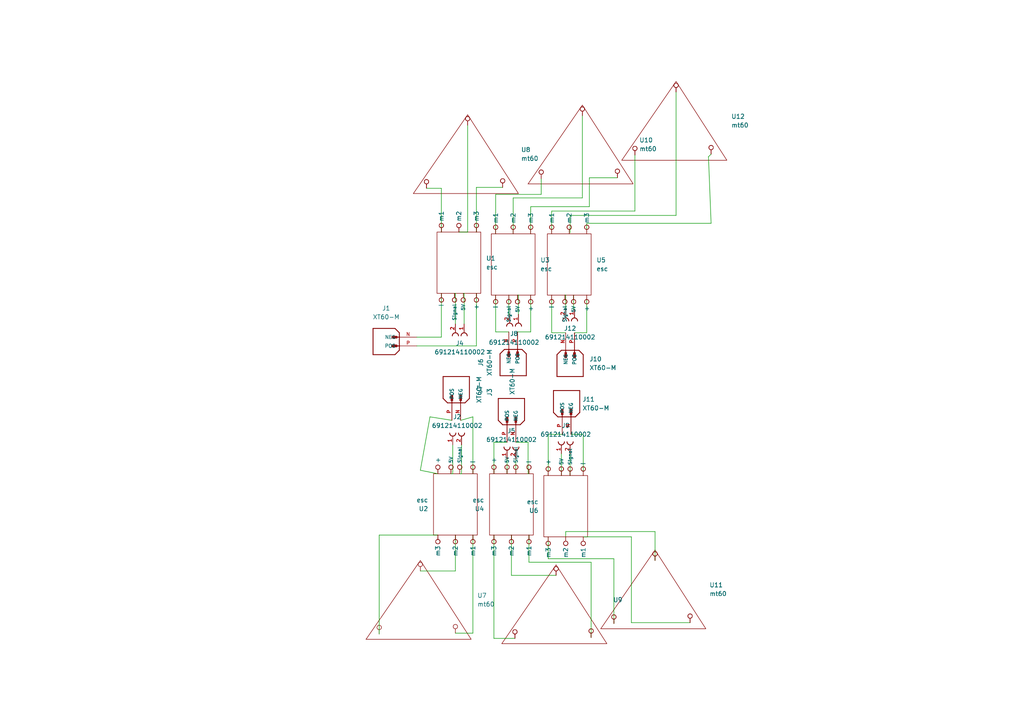
<source format=kicad_sch>
(kicad_sch (version 20211123) (generator eeschema)
  (paper "A4")
  (lib_symbols
    (symbol "New_Library:esc"
      (property "Reference" "U" (at 0 5.08 0))
      (property "Value" "esc" (at 0 5.08 0))
      (symbol "esc_0_1"
        (polyline (pts (xy 7.62 11.43) (xy -5.08 11.43) (xy -5.08 -6.35) (xy 7.62 -6.35) (xy 7.62 11.43)))
      )
      (symbol "esc_1_1"
        (pin input inverted (at 6.35 -6.35 270) (length 2.54) (name "+") (number ""))
        (pin input inverted (at 2.54 -6.35 270) (length 2.54) (name "5V") (number ""))
        (pin input inverted (at -3.81 -6.35 270) (length 2.54) (name "I") (number ""))
        (pin input inverted (at 0 -6.35 270) (length 2.54) (name "Signal") (number ""))
        (pin output inverted (at -3.81 11.43 90) (length 2.54) (name "m1") (number ""))
        (pin output inverted (at 1.27 11.43 90) (length 2.54) (name "m2") (number ""))
        (pin output inverted (at 6.35 11.43 90) (length 2.54) (name "m3") (number ""))
      )
    )
    (symbol "New_Library:mt60"
      (property "Reference" "U" (at 9.652 0 0))
      (property "Value" "mt60" (at 9.652 0 0))
      (symbol "mt60_0_1"
        (polyline (pts (xy -15.748 0) (xy 14.732 0) (xy 0 22.86) (xy -15.748 0)))
      )
      (symbol "mt60_1_1"
        (pin input inverted (at -11.938 1.524 90) (length 2.54) (name "") (number ""))
        (pin input inverted (at 0 19.812 90) (length 2.54) (name "") (number ""))
        (pin input inverted (at 10.16 1.778 90) (length 2.54) (name "") (number ""))
      )
    )
    (symbol "Rosta 2:691214110002" (pin_names (offset 1.016))
      (property "Reference" "J" (at 1.2725 0.2385 0))
      (property "Value" "691214110002" (at 1.2716 -2.5431 0))
      (symbol "691214110002_0_0"
        (arc (start -1.651 -1.651) (mid -2.54 -2.54) (end -1.651 -3.429) (stroke (width 0.254)))
        (arc (start -1.651 0.889) (mid -2.54 0) (end -1.651 -0.889) (stroke (width 0.254)))
        (pin passive line (at -5.08 0 0) (length 2.54) (name "~") (number "1"))
        (pin passive line (at -5.08 -2.54 0) (length 2.54) (name "~") (number "2"))
      )
    )
    (symbol "XT60-M:XT60-M" (pin_names (offset 1.016))
      (property "Reference" "J" (at 0 6.35 0))
      (property "Value" "XT60-M" (at 0 -5.08 0))
      (symbol "XT60-M_0_0"
        (polyline (pts (xy 0 -1.27) (xy 1.27 -2.54)) (stroke (width 0.254)))
        (polyline (pts (xy 0 0) (xy 1.905 0)) (stroke (width 0.254)))
        (polyline (pts (xy 0 2.54) (xy 0 -1.27)) (stroke (width 0.254)))
        (polyline (pts (xy 0 2.54) (xy 1.905 2.54)) (stroke (width 0.254)))
        (polyline (pts (xy 0 3.81) (xy 0 2.54)) (stroke (width 0.254)))
        (polyline (pts (xy 0 3.81) (xy 1.27 5.08)) (stroke (width 0.254)))
        (polyline (pts (xy 1.27 -2.54) (xy 7.62 -2.54)) (stroke (width 0.254)))
        (polyline (pts (xy 7.62 -2.54) (xy 7.62 5.08)) (stroke (width 0.254)))
        (polyline (pts (xy 7.62 5.08) (xy 1.27 5.08)) (stroke (width 0.254)))
        (rectangle (start 0.635 -0.3175) (end 2.2225 0.3175) (stroke (width 0.1)) (fill (type outline)))
        (rectangle (start 0.635 2.2225) (end 2.2225 2.8575) (stroke (width 0.1)) (fill (type outline)))
        (pin passive line (at -5.08 0 0) (length 5.08) (name "NEG") (number "N"))
        (pin passive line (at -5.08 2.54 0) (length 5.08) (name "POS") (number "P"))
      )
    )
  )
  (wire (pts (xy 170.18 67.818) (xy 170.18 64.77)))
  (wire (pts (xy 143.764 56.388) (xy 156.972 56.388)))
  (wire (pts (xy 137.16 137.414) (xy 137.16 120.904)))
  (wire (pts (xy 124.714 120.904) (xy 131.064 121.92)))
  (wire (pts (xy 148.844 67.818) (xy 148.844 57.404)))
  (wire (pts (xy 189.992 154.178) (xy 189.992 162.56)))
  (wire (pts (xy 169.164 137.922) (xy 169.164 125.984)))
  (wire (pts (xy 160.02 61.214) (xy 184.15 61.214)))
  (wire (pts (xy 164.084 155.702) (xy 164.084 154.178)))
  (wire (pts (xy 131.318 137.414) (xy 130.81 137.414)))
  (wire (pts (xy 159.004 162.052) (xy 178.054 162.052)))
  (wire (pts (xy 128.016 97.79) (xy 128.016 85.09)))
  (wire (pts (xy 163.068 125.984) (xy 159.004 125.984)))
  (wire (pts (xy 153.416 163.068) (xy 171.45 163.068)))
  (wire (pts (xy 164.084 85.598) (xy 163.83 85.598)))
  (wire (pts (xy 148.336 166.878) (xy 148.336 155.194)))
  (wire (pts (xy 132.08 93.98) (xy 132.08 85.09)))
  (wire (pts (xy 121.92 165.608) (xy 132.08 165.608)))
  (wire (pts (xy 135.636 36.322) (xy 135.636 67.31)))
  (wire (pts (xy 164.084 89.662) (xy 164.084 85.598)))
  (wire (pts (xy 160.02 67.818) (xy 160.02 61.214)))
  (wire (pts (xy 135.636 67.31) (xy 133.096 67.31)))
  (wire (pts (xy 143.764 67.818) (xy 143.764 56.388)))
  (wire (pts (xy 134.62 93.98) (xy 134.62 85.09)))
  (wire (pts (xy 170.18 96.52) (xy 170.18 85.598)))
  (wire (pts (xy 164.084 154.178) (xy 189.992 154.178)))
  (wire (pts (xy 134.62 85.09) (xy 134.366 85.09)))
  (wire (pts (xy 169.164 155.702) (xy 183.134 155.702)))
  (wire (pts (xy 109.982 155.194) (xy 109.982 183.896)))
  (wire (pts (xy 137.16 120.904) (xy 133.604 121.92)))
  (wire (pts (xy 147.574 91.186) (xy 147.828 91.186)))
  (wire (pts (xy 133.858 137.414) (xy 133.35 137.414)))
  (wire (pts (xy 153.924 59.944) (xy 153.924 67.818)))
  (wire (pts (xy 160.02 96.52) (xy 164.084 96.52)))
  (wire (pts (xy 171.45 163.068) (xy 171.45 184.912)))
  (wire (pts (xy 127 155.194) (xy 109.982 155.194)))
  (wire (pts (xy 179.07 51.562) (xy 170.942 51.562)))
  (wire (pts (xy 168.91 57.404) (xy 168.91 33.528)))
  (wire (pts (xy 137.16 155.194) (xy 137.16 183.642)))
  (wire (pts (xy 153.924 96.266) (xy 153.924 85.598)))
  (wire (pts (xy 138.176 67.31) (xy 138.176 54.356)))
  (wire (pts (xy 196.088 62.484) (xy 196.088 26.67)))
  (wire (pts (xy 124.714 120.904) (xy 121.92 136.398)))
  (wire (pts (xy 153.162 128.27) (xy 149.606 128.27)))
  (wire (pts (xy 132.08 85.09) (xy 131.826 85.09)))
  (wire (pts (xy 121.92 136.398) (xy 127 137.414)))
  (wire (pts (xy 148.844 57.404) (xy 168.91 57.404)))
  (wire (pts (xy 184.15 61.214) (xy 184.15 44.958)))
  (wire (pts (xy 133.858 129.032) (xy 133.858 137.414)))
  (wire (pts (xy 147.066 128.27) (xy 143.256 128.27)))
  (wire (pts (xy 165.354 131.572) (xy 165.354 137.922)))
  (wire (pts (xy 131.318 129.032) (xy 131.318 137.414)))
  (wire (pts (xy 120.904 97.79) (xy 128.016 97.79)))
  (wire (pts (xy 132.08 165.608) (xy 132.08 155.194)))
  (wire (pts (xy 150.368 91.186) (xy 150.368 85.598)))
  (wire (pts (xy 206.248 44.704) (xy 205.486 45.466)))
  (wire (pts (xy 147.574 96.266) (xy 143.764 96.266)))
  (wire (pts (xy 153.416 137.414) (xy 153.162 137.414)))
  (wire (pts (xy 162.814 131.572) (xy 162.814 137.922)))
  (wire (pts (xy 143.256 185.166) (xy 149.352 185.166)))
  (wire (pts (xy 147.574 85.598) (xy 147.574 91.186)))
  (wire (pts (xy 178.054 162.052) (xy 178.054 180.848)))
  (wire (pts (xy 150.368 85.598) (xy 150.114 85.598)))
  (wire (pts (xy 153.416 155.194) (xy 153.416 163.068)))
  (wire (pts (xy 159.004 125.984) (xy 159.004 137.922)))
  (wire (pts (xy 138.176 54.356) (xy 145.796 54.356)))
  (wire (pts (xy 183.134 180.594) (xy 200.152 180.594)))
  (wire (pts (xy 170.18 64.77) (xy 206.248 64.77)))
  (wire (pts (xy 149.606 133.096) (xy 149.606 137.414)))
  (wire (pts (xy 183.134 155.702) (xy 183.134 180.594)))
  (wire (pts (xy 138.176 85.09) (xy 138.176 100.33)))
  (wire (pts (xy 156.972 56.388) (xy 156.972 51.816)))
  (wire (pts (xy 147.066 133.096) (xy 147.066 137.414)))
  (wire (pts (xy 160.02 85.598) (xy 160.02 96.52)))
  (wire (pts (xy 165.354 62.484) (xy 196.088 62.484)))
  (wire (pts (xy 166.37 89.662) (xy 166.624 89.662)))
  (wire (pts (xy 169.164 125.984) (xy 165.608 125.984)))
  (wire (pts (xy 159.004 155.702) (xy 159.004 162.052)))
  (wire (pts (xy 165.354 67.564) (xy 165.354 62.484)))
  (wire (pts (xy 137.16 183.642) (xy 132.08 183.642)))
  (wire (pts (xy 128.016 67.31) (xy 128.016 54.61)))
  (wire (pts (xy 170.942 51.562) (xy 170.942 59.944)))
  (wire (pts (xy 153.162 128.27) (xy 153.162 137.414)))
  (wire (pts (xy 120.904 100.33) (xy 138.176 100.33)))
  (wire (pts (xy 166.624 96.52) (xy 170.18 96.52)))
  (wire (pts (xy 128.016 54.61) (xy 123.698 54.61)))
  (wire (pts (xy 143.256 128.27) (xy 143.256 137.414)))
  (wire (pts (xy 170.942 59.944) (xy 153.924 59.944)))
  (wire (pts (xy 143.764 96.266) (xy 143.764 85.598)))
  (wire (pts (xy 205.486 45.466) (xy 206.248 64.77)))
  (wire (pts (xy 150.114 96.266) (xy 153.924 96.266)))
  (wire (pts (xy 143.256 155.194) (xy 143.256 185.166)))
  (wire (pts (xy 166.37 85.598) (xy 166.37 89.662)))
  (wire (pts (xy 161.29 166.878) (xy 148.336 166.878)))
  (symbol (lib_id "Rosta 2:691214110002") (at 131.318 123.952 90) (unit 1)
    (property "Reference" "J2" (at 132.588 120.904 90))
    (property "Value" "691214110002" (at 132.588 123.444 90))
    (property "Footprint" "Connector:Rosta 2" (effects hide))
  )
  (symbol (lib_id "New_Library:esc") (at 147.574 79.248 0) (unit 1)
    (property "Reference" "U3" (at 156.718 75.4379 0) (effects (justify left)))
    (property "Value" "esc" (at 156.718 77.9779 0) (effects (justify left)))
    (property "Footprint" "esc:esc" (effects hide))
  )
  (symbol (lib_id "New_Library:esc") (at 133.35 143.764 180) (unit 1)
    (property "Reference" "U2" (at 124.206 147.5741 0) (effects (justify left)))
    (property "Value" "esc" (at 124.206 145.0341 0) (effects (justify left)))
    (property "Footprint" "esc:esc" (effects hide))
  )
  (symbol (lib_id "New_Library:esc") (at 165.354 144.272 180) (unit 1)
    (property "Reference" "U6" (at 156.21 148.0821 0) (effects (justify left)))
    (property "Value" "esc" (at 156.21 145.5421 0) (effects (justify left)))
    (property "Footprint" "esc:esc" (effects hide))
  )
  (symbol (lib_id "Rosta 2:691214110002") (at 162.814 126.492 90) (unit 1)
    (property "Reference" "J9" (at 164.084 123.444 90))
    (property "Value" "691214110002" (at 164.084 125.984 90))
    (property "Footprint" "Connector:Rosta 2" (effects hide))
  )
  (symbol (lib_id "XT60-M:XT60-M") (at 165.608 120.904 90) (unit 1)
    (property "Reference" "J11" (at 168.91 115.8239 90) (effects (justify right)))
    (property "Value" "XT60-M" (at 168.91 118.3639 90) (effects (justify right)))
    (property "Footprint" "AMASS_XT60-M" (effects hide))
    (property "PARTREV" "V1.2" (effects hide))
    (property "MAXIMUM_PACKAGE_HEIGHT" "16.00 mm" (effects hide))
    (property "STANDARD" "IPC 7351B" (effects hide))
    (property "MANUFACTURER" "AMASS" (effects hide))
  )
  (symbol (lib_id "XT60-M:XT60-M") (at 164.084 101.6 270) (unit 1)
    (property "Reference" "J10" (at 170.942 104.1399 90) (effects (justify left)))
    (property "Value" "XT60-M" (at 170.942 106.6799 90) (effects (justify left)))
    (property "Footprint" "AMASS_XT60-M" (effects hide))
    (property "PARTREV" "V1.2" (effects hide))
    (property "MAXIMUM_PACKAGE_HEIGHT" "16.00 mm" (effects hide))
    (property "STANDARD" "IPC 7351B" (effects hide))
    (property "MANUFACTURER" "AMASS" (effects hide))
  )
  (symbol (lib_id "XT60-M:XT60-M") (at 133.604 116.84 90) (unit 1)
    (property "Reference" "J3" (at 141.986 113.792 0))
    (property "Value" "XT60-M" (at 138.938 113.03 0))
    (property "Footprint" "AMASS_XT60-M" (effects hide))
    (property "PARTREV" "V1.2" (effects hide))
    (property "MAXIMUM_PACKAGE_HEIGHT" "16.00 mm" (effects hide))
    (property "STANDARD" "IPC 7351B" (effects hide))
    (property "MANUFACTURER" "AMASS" (effects hide))
  )
  (symbol (lib_id "New_Library:mt60") (at 189.992 182.372 0) (unit 1)
    (property "Reference" "U11" (at 205.74 169.6719 0) (effects (justify left)))
    (property "Value" "mt60" (at 205.74 172.2119 0) (effects (justify left)))
    (property "Footprint" "Connector_AMASS:AMASS_MR30PW-FB_1x03_P3.50mm_Horizontal" (effects hide))
  )
  (symbol (lib_id "Rosta 2:691214110002") (at 134.62 99.06 270) (unit 1)
    (property "Reference" "J4" (at 133.35 99.568 90))
    (property "Value" "691214110002" (at 133.35 102.108 90))
    (property "Footprint" "Connector:Rosta 2" (effects hide))
  )
  (symbol (lib_id "New_Library:mt60") (at 168.91 53.34 0) (unit 1)
    (property "Reference" "U10" (at 185.42 40.6399 0) (effects (justify left)))
    (property "Value" "mt60" (at 185.42 43.1799 0) (effects (justify left)))
    (property "Footprint" "Connector_AMASS:AMASS_MR30PW-FB_1x03_P3.50mm_Horizontal" (effects hide))
  )
  (symbol (lib_id "New_Library:mt60") (at 196.088 46.482 0) (unit 1)
    (property "Reference" "U12" (at 212.09 33.7819 0) (effects (justify left)))
    (property "Value" "mt60" (at 212.09 36.3219 0) (effects (justify left)))
    (property "Footprint" "Connector_AMASS:AMASS_MR30PW-FB_1x03_P3.50mm_Horizontal" (effects hide))
  )
  (symbol (lib_id "New_Library:mt60") (at 121.92 185.42 0) (unit 1)
    (property "Reference" "U7" (at 138.43 172.7199 0) (effects (justify left)))
    (property "Value" "mt60" (at 138.43 175.2599 0) (effects (justify left)))
    (property "Footprint" "Connector_AMASS:AMASS_MR30PW-FB_1x03_P3.50mm_Horizontal" (effects hide))
  )
  (symbol (lib_id "New_Library:mt60") (at 135.636 56.134 0) (unit 1)
    (property "Reference" "U8" (at 151.13 43.4339 0) (effects (justify left)))
    (property "Value" "mt60" (at 151.13 45.9739 0) (effects (justify left)))
    (property "Footprint" "Connector_AMASS:AMASS_MR30PW-FB_1x03_P3.50mm_Horizontal" (effects hide))
  )
  (symbol (lib_id "New_Library:esc") (at 163.83 79.248 0) (unit 1)
    (property "Reference" "U5" (at 172.974 75.4379 0) (effects (justify left)))
    (property "Value" "esc" (at 172.974 77.9779 0) (effects (justify left)))
    (property "Footprint" "esc:esc" (effects hide))
  )
  (symbol (lib_id "Rosta 2:691214110002") (at 166.624 94.742 270) (unit 1)
    (property "Reference" "J12" (at 165.354 95.25 90))
    (property "Value" "691214110002" (at 165.354 97.79 90))
    (property "Footprint" "Connector:Rosta 2" (effects hide))
  )
  (symbol (lib_id "Rosta 2:691214110002") (at 147.066 128.016 90) (unit 1)
    (property "Reference" "J5" (at 148.336 124.968 90))
    (property "Value" "691214110002" (at 148.336 127.508 90))
    (property "Footprint" "Connector:Rosta 2" (effects hide))
  )
  (symbol (lib_id "XT60-M:XT60-M") (at 149.606 123.19 90) (unit 1)
    (property "Reference" "J7" (at 139.1919 114.046 0) (effects (justify left)))
    (property "Value" "XT60-M" (at 148.59 114.554 0) (effects (justify left)))
    (property "Footprint" "AMASS_XT60-M" (effects hide))
    (property "PARTREV" "V1.2" (effects hide))
    (property "MAXIMUM_PACKAGE_HEIGHT" "16.00 mm" (effects hide))
    (property "STANDARD" "IPC 7351B" (effects hide))
    (property "MANUFACTURER" "AMASS" (effects hide))
  )
  (symbol (lib_id "XT60-M:XT60-M") (at 147.574 101.346 270) (unit 1)
    (property "Reference" "J6" (at 139.446 105.156 0))
    (property "Value" "XT60-M" (at 141.986 105.156 0))
    (property "Footprint" "AMASS_XT60-M" (effects hide))
    (property "PARTREV" "V1.2" (effects hide))
    (property "MAXIMUM_PACKAGE_HEIGHT" "16.00 mm" (effects hide))
    (property "STANDARD" "IPC 7351B" (effects hide))
    (property "MANUFACTURER" "AMASS" (effects hide))
  )
  (symbol (lib_id "New_Library:esc") (at 149.606 143.764 180) (unit 1)
    (property "Reference" "U4" (at 140.462 147.5741 0) (effects (justify left)))
    (property "Value" "esc" (at 140.462 145.0341 0) (effects (justify left)))
    (property "Footprint" "esc:esc" (effects hide))
  )
  (symbol (lib_id "New_Library:esc") (at 131.826 78.74 0) (unit 1)
    (property "Reference" "U1" (at 140.97 74.9299 0) (effects (justify left)))
    (property "Value" "esc" (at 140.97 77.4699 0) (effects (justify left)))
    (property "Footprint" "esc:esc" (effects hide))
  )
  (symbol (lib_id "New_Library:mt60") (at 161.29 186.69 0) (unit 1)
    (property "Reference" "U9" (at 177.8 173.9899 0) (effects (justify left)))
    (property "Value" "mt60" (effects hide))
    (property "Footprint" "Connector_AMASS:AMASS_MR30PW-FB_1x03_P3.50mm_Horizontal" (effects hide))
  )
  (symbol (lib_id "Rosta 2:691214110002") (at 150.368 96.266 270) (unit 1)
    (property "Reference" "J8" (at 149.098 96.774 90))
    (property "Value" "691214110002" (at 149.098 99.314 90))
    (property "Footprint" "Connector:Rosta 2" (effects hide))
  )
  (symbol (lib_id "XT60-M:XT60-M") (at 115.824 97.79 180) (unit 1)
    (property "Reference" "J1" (at 112.014 89.408 0))
    (property "Value" "XT60-M" (at 112.014 91.948 0))
    (property "Footprint" "AMASS_XT60-M" (effects hide))
    (property "PARTREV" "V1.2" (effects hide))
    (property "MAXIMUM_PACKAGE_HEIGHT" "16.00 mm" (effects hide))
    (property "STANDARD" "IPC 7351B" (effects hide))
    (property "MANUFACTURER" "AMASS" (effects hide))
  )
)
</source>
